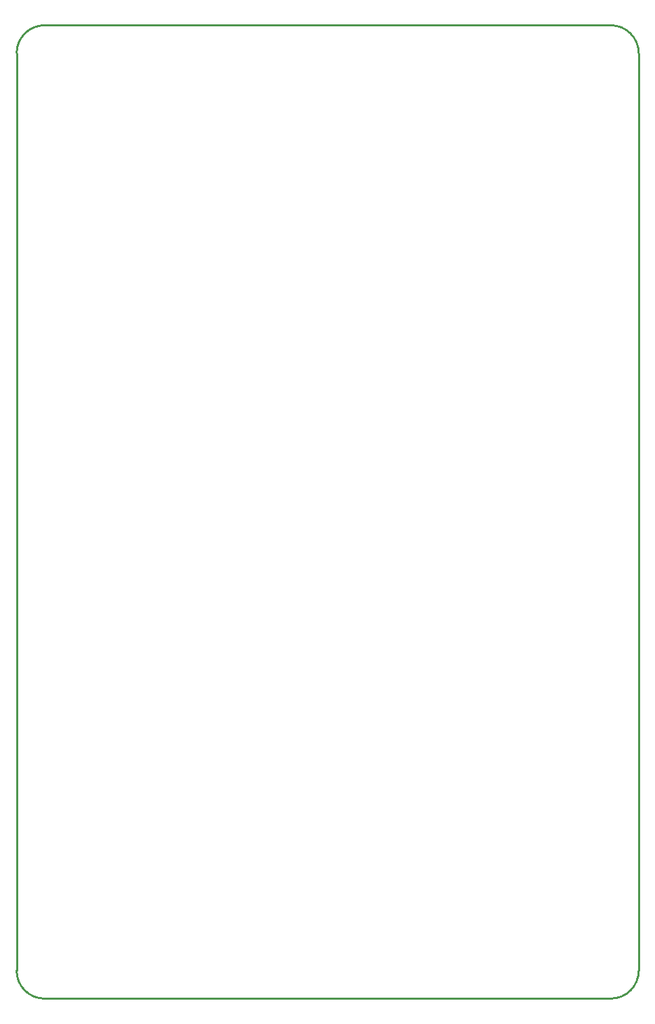
<source format=gko>
G04 Layer_Color=16711935*
%FSLAX44Y44*%
%MOMM*%
G71*
G01*
G75*
%ADD13C,0.2540*%
D13*
X35000Y1220000D02*
G03*
X0Y1185000I0J-35000D01*
G01*
X780000D02*
G03*
X745000Y1220000I-35000J0D01*
G01*
Y0D02*
G03*
X780000Y35000I0J35000D01*
G01*
X0D02*
G03*
X35000Y0I35000J0D01*
G01*
X745000D01*
X780000Y35000D02*
Y1185000D01*
X35000Y1220000D02*
X745000D01*
X0Y35000D02*
Y1185000D01*
M02*

</source>
